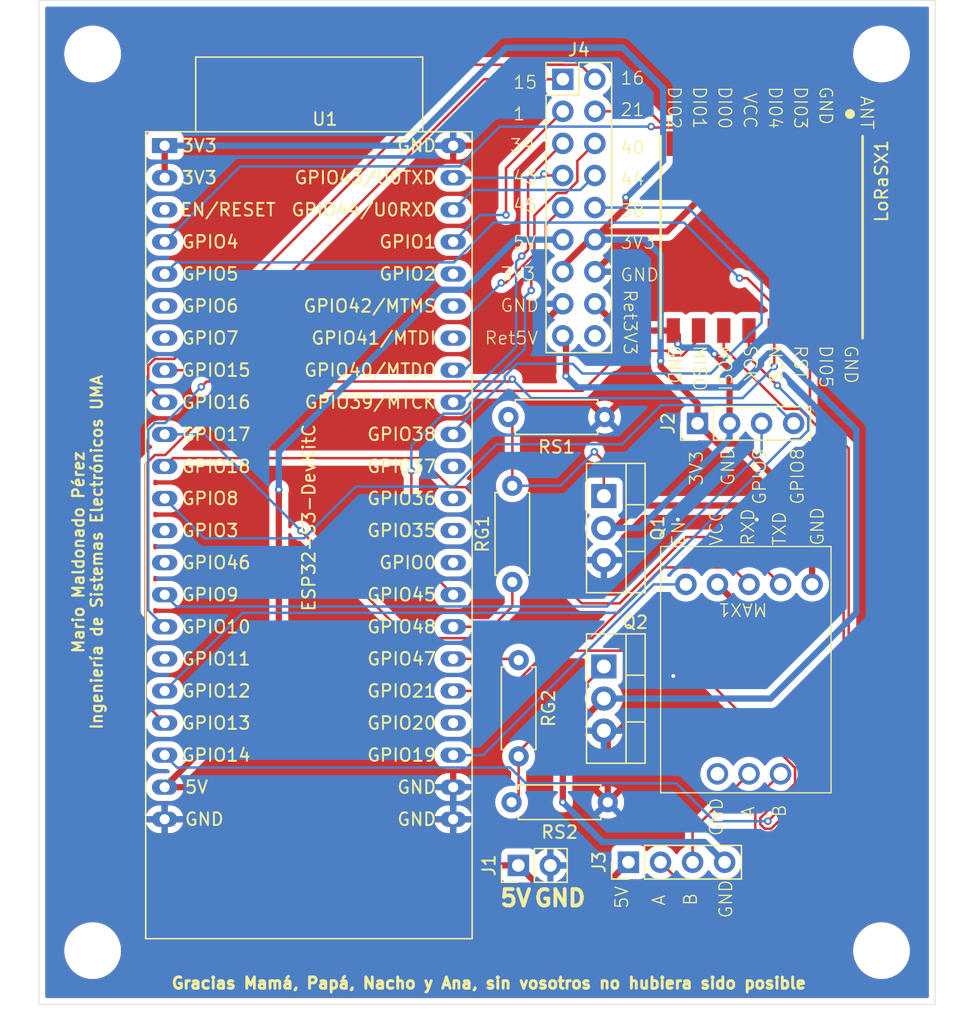
<source format=kicad_pcb>
(kicad_pcb (version 20240108) (generator "pcbnew") (generator_version "8.0")
  (layers (0 "F.Cu" signal) (31 "B.Cu" signal) (34 "B.Paste" user) (35 "F.Paste" user) (36 "B.SilkS" user "B.Silkscreen") (37 "F.SilkS" user "F.Silkscreen") (38 "B.Mask" user) (39 "F.Mask" user) (44 "Edge.Cuts" user))
  (net 0 "")
  (net 1 "+5V")
  (net 2 "GND")
  (net 3 "/retorno3V3")
  (net 4 "+3V3")
  (net 5 "/gpio8")
  (net 6 "/gpio9")
  (net 7 "Net-(J3-Pin_3)")
  (net 8 "Net-(J3-Pin_2)")
  (net 9 "/retorno5V")
  (net 10 "/gpio45ext")
  (net 12 "/gpio39ext")
  (net 13 "/gpio46ext")
  (net 14 "/gpio40ext")
  (net 15 "/gpio16ext")
  (net 16 "/gpio15ext")
  (net 17 "/gpio21ext")
  (net 18 "/gpio44ext")
  (net 19 "/gpio43ext")
  (net 20 "Net-(LoRaSX1-MOSI)")
  (net 21 "Net-(LoRaSX1-SCK)")
  (net 24 "Net-(LoRaSX1-DI00)")
  (net 25 "Net-(LoRaSX1-MISO)")
  (net 29 "Net-(LoRaSX1-RST)")
  (net 31 "Net-(LoRaSX1-NSS)")
  (net 35 "Net-(MAX1-EN)")
  (net 36 "Net-(MAX1-RXD)")
  (net 37 "Net-(MAX1-TXD)")
  (net 38 "Net-(Q1-G)")
  (net 39 "Net-(Q2-G)")
  (net 40 "Net-(U1-GPIO48)")
  (net 41 "Net-(U1-GPIO47)")
  (net 42 "/gpio6ext")
  (net 43 "/gpio37ext")
  (net 44 "/gpio1ext")
  (net 46 "/gpio38ext")
  (net 47 "/gpio7ext")
  (net 48 "/gpio35ext")
  (net 49 "/gpio2ext")
  (net 50 "/gpio3ext")
  (net 51 "/gpio42ext")
  (net 52 "/gpio36ext")
  (net 53 "/gpio41ext")
  (net 54 "/gpio0text")
  (net 55 "/gpio11ext")
  (footprint "MountingHole:MountingHole_4mm" (layer "F.Cu") (at 176.25 144.75)
    (property "Reference" "REF**" (hide yes))
    (property "Value" "MountingHole_4mm")
  )
  (footprint "libreria_huellas:XCVR_RFM95W-868S2" (layer "F.Cu") (at 166.75 88.25 -90)
    (property "Reference" "LoRaSX1")
    (property "Value" "~")
  )
  (footprint "libreria_huellas:R_Axial_DIN0207_L6.3mm_D2.5mm_P7.62mm_Horizontal" (layer "F.Cu") (at 154.31 102.5 180)
    (property "Reference" "RS1")
    (property "Value" "R")
  )
  (footprint "libreria_huellas:PinHeader_1x04_P2.54mm_Vertical_Suelo" (layer "F.Cu") (at 156.2 137.75 90)
    (property "Reference" "J3")
    (property "Value" "Conn_01x04")
  )
  (footprint "libreria_huellas:PinHeader_1x02_P2.54mm_Vertical" (layer "F.Cu") (at 147.475 138 90)
    (property "Reference" "J1")
    (property "Value" "Conn_01x02")
  )
  (footprint "Package_TO_SOT_THT:TO-220-3_Vertical" (layer "F.Cu") (at 154.25 122.25 -90)
    (property "Reference" "Q2")
    (property "Value" "IRF540N")
  )
  (footprint "libreria_huellas:MAX3485" (layer "F.Cu") (at 165.25 115.75 180)
    (property "Reference" "MAX1")
    (property "Value" "~")
  )
  (footprint "MountingHole:MountingHole_4mm" (layer "F.Cu") (at 113.75 144.75)
    (property "Reference" "REF**" (hide yes))
    (property "Value" "MountingHole_4mm")
  )
  (footprint "libreria_huellas:PinHeader_1x04_P2.54mm_Vertical_Humedad" (layer "F.Cu") (at 161.67 103 90)
    (property "Reference" "J2")
    (property "Value" "Conn_01x04")
  )
  (footprint "Package_TO_SOT_THT:TO-220-3_Vertical" (layer "F.Cu") (at 154.25 108.75 -90)
    (property "Reference" "Q1")
    (property "Value" "IRF540N")
  )
  (footprint "MountingHole:MountingHole_4mm" (layer "F.Cu") (at 176.25 73.75)
    (property "Reference" "REF**" (hide yes))
    (property "Value" "MountingHole_4mm")
  )
  (footprint "libreria_huellas:R_Axial_DIN0207_L6.3mm_D2.5mm_P7.62mm_Horizontal" (layer "F.Cu") (at 147.5 121.75 -90)
    (property "Reference" "RG2")
    (property "Value" "R")
  )
  (footprint "libreria_huellas:ESP32-S3-DevKitC" (layer "F.Cu") (at 119.455 81.00812)
    (property "Reference" "U1")
    (property "Value" "ESP32-S3-DevKitC")
  )
  (footprint "libreria_huellas:R_Axial_DIN0207_L6.3mm_D2.5mm_P7.62mm_Horizontal" (layer "F.Cu") (at 154.56 133 180)
    (property "Reference" "RS2")
    (property "Value" "R")
  )
  (footprint "libreria_huellas:R_Axial_DIN0207_L6.3mm_D2.5mm_P7.62mm_Horizontal" (layer "F.Cu") (at 147 115.56 90)
    (property "Reference" "RG1")
    (property "Value" "R")
  )
  (footprint "MountingHole:MountingHole_4mm" (layer "F.Cu") (at 113.75 73.75)
    (property "Reference" "REF**" (hide yes))
    (property "Value" "MountingHole_4mm")
  )
  (footprint "libreria_huellas:PinHeader_2x09_P2.54mm_Vertical" (layer "F.Cu") (at 151 75.75)
    (property "Reference" "J4")
    (property "Value" "Conn_2Rows-17Pins")
  )
  (gr_rect (start 109.5 69.5) (end 180.5 149) (stroke (width 0.05)) (fill none) (layer "Edge.Cuts"))
  (gr_text "GND" (at 148.6 141.35 0) (layer "F.SilkS") (effects (font (size 1.3 1.3) (thickness 0.3) (bold yes)) (justify left bottom)))
  (gr_text "Gracias Mamá, Papá, Nacho y Ana, sin vosotros no hubiera sido posible" (at 119.9 147.85 0) (layer "F.SilkS") (effects (font (size 0.9 0.9) (thickness 0.225) (bold yes)) (justify left bottom)))
  (gr_text "Mario Maldonado Pérez\nIngeniería de Sistemas Electrónicos UMA\n" (at 114.6 113.2 90) (layer "F.SilkS") (effects (font (size 0.9 0.9) (thickness 0.175) (bold yes)) (justify bottom)))
  (gr_text "5V" (at 145.9 141.35 0) (layer "F.SilkS") (effects (font (size 1.3 1.3) (thickness 0.3) (bold yes)) (justify left bottom)))
  (segment (start 156.2 137.75) (end 153.25 140.7) (width 0.5) (layer "F.Cu") (net 1))
  (segment (start 128.5 108.25) (end 128.5 122.75672) (width 0.5) (layer "F.Cu") (net 1))
  (segment (start 153.25 140.7) (end 153.25 140.75) (width 0.5) (layer "F.Cu") (net 1))
  (segment (start 135.75 138) (end 129.5554 131.8054) (width 0.5) (layer "F.Cu") (net 1))
  (segment (start 150.225 140.75) (end 147.475 138) (width 0.5) (layer "F.Cu") (net 1))
  (segment (start 150.95 88.5) (end 151 88.45) (width 0.5) (layer "F.Cu") (net 1))
  (segment (start 150.95 88.5) (end 150.5 88.5) (width 0.5) (layer "F.Cu") (net 1))
  (segment (start 128.5 122.75672) (end 119.45132 131.8054) (width 0.5) (layer "F.Cu") (net 1))
  (segment (start 147.475 138) (end 135.75 138) (width 0.5) (layer "F.Cu") (net 1))
  (segment (start 153.25 140.75) (end 150.225 140.75) (width 0.5) (layer "F.Cu") (net 1))
  (segment (start 129.5554 131.8054) (end 119.45132 131.8054) (width 0.5) (layer "F.Cu") (net 1))
  (via (at 128.5 108.25) (size 0.6) (drill 0.3) (layers "F.Cu" "B.Cu") (net 1))
  (segment (start 141.33188 92.41812) (end 128.5 105.25) (width 0.5) (layer "B.Cu") (net 1))
  (segment (start 151 88.45) (end 147.200887 88.45) (width 0.5) (layer "B.Cu") (net 1))
  (segment (start 128.5 105.25) (end 128.5 108.25) (width 0.5) (layer "B.Cu") (net 1))
  (segment (start 147.200887 88.45) (end 143.232767 92.41812) (width 0.5) (layer "B.Cu") (net 1))
  (segment (start 143.232767 92.41812) (end 141.33188 92.41812) (width 0.5) (layer "B.Cu") (net 1))
  (segment (start 159.75 123) (end 155.42 127.33) (width 0.5) (layer "F.Cu") (net 2))
  (segment (start 153.54 90.99) (end 153.525 90.99) (width 0.5) (layer "F.Cu") (net 2))
  (segment (start 153.54 90.99) (end 154.63 89.9) (width 0.5) (layer "F.Cu") (net 2))
  (segment (start 142.315 134.34812) (end 142.51688 134.55) (width 0.5) (layer "F.Cu") (net 2))
  (segment (start 154.56 127.64) (end 154.25 127.33) (width 0.5) (layer "F.Cu") (net 2))
  (segment (start 154.75 127.83) (end 154.25 127.33) (width 0.5) (layer "F.Cu") (net 2))
  (segment (start 154.56 133) (end 154.56 127.64) (width 0.5) (layer "F.Cu") (net 2))
  (segment (start 154.56 133) (end 154.75 132.81) (width 0.5) (layer "F.Cu") (net 2))
  (segment (start 149.88 94.65) (end 149.35 94.65) (width 0.5) (layer "F.Cu") (net 2))
  (segment (start 151 93.515) (end 151 93.53) (width 0.5) (layer "F.Cu") (net 2))
  (segment (start 151 93.53) (end 149.88 94.65) (width 0.5) (layer "F.Cu") (net 2))
  (segment (start 154.63 89.9) (end 154.8 89.9) (width 0.5) (layer "F.Cu") (net 2))
  (segment (start 160.113603 110.613603) (end 166.363603 110.613603) (width 0.5) (layer "F.Cu") (net 2))
  (segment (start 155.42 127.33) (end 154.25 127.33) (width 0.5) (layer "F.Cu") (net 2))
  (segment (start 153.33 113.83) (end 154.25 113.83) (width 0.5) (layer "F.Cu") (net 2))
  (via (at 159.75 123) (size 0.6) (drill 0.3) (layers "F.Cu" "B.Cu") (net 2))
  (via (at 160.113603 110.613603) (size 0.6) (drill 0.3) (layers "F.Cu" "B.Cu") (net 2))
  (via (at 166.363603 110.613603) (size 0.6) (drill 0.3) (layers "F.Cu" "B.Cu") (net 2))
  (segment (start 167.25 111.5) (end 166.363603 110.613603) (width 0.5) (layer "B.Cu") (net 2))
  (segment (start 160.148959 110.648959) (end 160.113603 110.613603) (width 0.5) (layer "B.Cu") (net 2))
  (segment (start 142.315 131.80812) (end 142.315 134.34812) (width 0.5) (layer "B.Cu") (net 2))
  (segment (start 170.75 111.5) (end 172.35 113.1) (width 0.5) (layer "B.Cu") (net 2))
  (segment (start 151 93.5) (end 151 93.53) (width 0.5) (layer "B.Cu") (net 2))
  (segment (start 167.25 111.5) (end 170.75 111.5) (width 0.5) (layer "B.Cu") (net 2))
  (segment (start 156.967918 113.83) (end 160.148959 110.648959) (width 0.5) (layer "B.Cu") (net 2))
  (segment (start 154.25 113.83) (end 156.967918 113.83) (width 0.5) (layer "B.Cu") (net 2))
  (segment (start 166 123) (end 159.75 123) (width 0.5) (layer "B.Cu") (net 2))
  (segment (start 142.31228 134.3454) (end 142.315 134.34812) (width 0.5) (layer "B.Cu") (net 2))
  (segment (start 172.35 116.65) (end 166 123) (width 0.5) (layer "B.Cu") (net 2))
  (segment (start 172.35 113.1) (end 172.35 116.65) (width 0.5) (layer "B.Cu") (net 2))
  (segment (start 156.511397 98.15) (end 156.5 98.138603) (width 0.5) (layer "B.Cu") (net 2))
  (segment (start 155.66 95.65) (end 153.54 93.53) (width 0.5) (layer "F.Cu") (net 3))
  (segment (start 168.5 109.5) (end 156.9525 109.5) (width 0.5) (layer "F.Cu") (net 3))
  (segment (start 170.75 115.75) (end 170.75 111.75) (width 0.5) (layer "F.Cu") (net 3))
  (segment (start 160.113603 96.013603) (end 159.75 95.65) (width 0.5) (layer "F.Cu") (net 3))
  (segment (start 159.75 95.65) (end 155.66 95.65) (width 0.5) (layer "F.Cu") (net 3))
  (segment (start 155.1625 111.29) (end 154.25 111.29) (width 0.5) (layer "F.Cu") (net 3))
  (segment (start 163 97.5) (end 164.21 98.71) (width 0.5) (layer "F.Cu") (net 3))
  (segment (start 156.9525 109.5) (end 155.1625 111.29) (width 0.5) (layer "F.Cu") (net 3))
  (segment (start 160.113603 96.713603) (end 160.113603 96.013603) (width 0.5) (layer "F.Cu") (net 3))
  (segment (start 170.75 111.75) (end 168.5 109.5) (width 0.5) (layer "F.Cu") (net 3))
  (segment (start 164.21 98.71) (end 164.21 103) (width 0.5) (layer "F.Cu") (net 3))
  (via (at 160.113603 96.713603) (size 0.6) (drill 0.3) (layers "F.Cu" "B.Cu") (net 3))
  (via (at 163 97.5) (size 0.6) (drill 0.3) (layers "F.Cu" "B.Cu") (net 3))
  (segment (start 164.21 104.202081) (end 157.122081 111.29) (width 0.5) (layer "B.Cu") (net 3))
  (segment (start 160.25 96.85) (end 160.113603 96.713603) (width 0.5) (layer "B.Cu") (net 3))
  (segment (start 164.21 103) (end 164.21 104.202081) (width 0.5) (layer "B.Cu") (net 3))
  (segment (start 157.122081 111.29) (end 154.25 111.29) (width 0.5) (layer "B.Cu") (net 3))
  (segment (start 160.25 97) (end 160.25 96.85) (width 0.5) (layer "B.Cu") (net 3))
  (segment (start 162.5 97) (end 160.25 97) (width 0.5) (layer "B.Cu") (net 3))
  (segment (start 163 97.5) (end 162.5 97) (width 0.5) (layer "B.Cu") (net 3))
  (segment (start 163.25 115.75) (end 167.75 120.25) (width 0.5) (layer "F.Cu") (net 4))
  (segment (start 119.455 83.54812) (end 119.455 81.00812) (width 0.5) (layer "F.Cu") (net 4))
  (segment (start 159.25 87.8) (end 154.19 87.8) (width 0.5) (layer "F.Cu") (net 4))
  (segment (start 165.75 81.3) (end 159.25 87.8) (width 0.5) (layer "F.Cu") (net 4))
  (segment (start 165.1 104.6) (end 163.27 104.6) (width 0.5) (layer "F.Cu") (net 4))
  (segment (start 153.54 88.33) (end 153.54 88.45) (width 0.5) (layer "F.Cu") (net 4))
  (segment (start 156 85.87) (end 153.54 88.33) (width 0.5) (layer "F.Cu") (net 4))
  (segment (start 170.5 120.25) (end 172.5 118.25) (width 0.5) (layer "F.Cu") (net 4))
  (segment (start 161.67 101.42) (end 161.67 103) (width 0.5) (layer "F.Cu") (net 4))
  (segment (start 158.75 98.5) (end 161.67 101.42) (width 0.5) (layer "F.Cu") (net 4))
  (segment (start 172.5 112) (end 165.1 104.6) (width 0.5) (layer "F.Cu") (net 4))
  (segment (start 165.75 80.85) (end 165.75 81.3) (width 0.5) (layer "F.Cu") (net 4))
  (segment (start 158.75 98.05) (end 158.75 98.5) (width 0.5) (layer "F.Cu") (net 4))
  (segment (start 153.121321 88.45) (end 153.54 88.45) (width 0.5) (layer "F.Cu") (net 4))
  (segment (start 172.5 118.25) (end 172.5 112) (width 0.5) (layer "F.Cu") (net 4))
  (segment (start 151 90.99) (end 151 90.571321) (width 0.5) (layer "F.Cu") (net 4))
  (segment (start 163.27 104.6) (end 161.67 103) (width 0.5) (layer "F.Cu") (net 4))
  (segment (start 151 90.571321) (end 153.121321 88.45) (width 0.5) (layer "F.Cu") (net 4))
  (segment (start 154.19 87.8) (end 153.54 88.45) (width 0.5) (layer "F.Cu") (net 4))
  (segment (start 156 85.11) (end 156 85.87) (width 0.5) (layer "F.Cu") (net 4))
  (segment (start 167.75 120.25) (end 170.5 120.25) (width 0.5) (layer "F.Cu") (net 4))
  (via (at 156 85.11) (size 0.6) (drill 0.3) (layers "F.Cu" "B.Cu") (net 4))
  (via (at 158.75 98.05) (size 0.6) (drill 0.3) (layers "F.Cu" "B.Cu") (net 4))
  (segment (start 157.55 88.45) (end 153.54 88.45) (width 0.5) (layer "B.Cu") (net 4))
  (segment (start 158.75 89.65) (end 157.55 88.45) (width 0.5) (layer "B.Cu") (net 4))
  (segment (start 155.75 73.25) (end 158.95 76.45) (width 0.5) (layer "B.Cu") (net 4))
  (segment (start 158.95 82.21) (end 156 85.16) (width 0.5) (layer "B.Cu") (net 4))
  (segment (start 156 85.16) (end 156 85.11) (width 0.5) (layer "B.Cu") (net 4))
  (segment (start 138.74188 81.00812) (end 146.5 73.25) (width 0.5) (layer "B.Cu") (net 4))
  (segment (start 119.455 81.00812) (end 138.74188 81.00812) (width 0.5) (layer "B.Cu") (net 4))
  (segment (start 158.95 76.45) (end 158.95 82.21) (width 0.5) (layer "B.Cu") (net 4))
  (segment (start 146.5 73.25) (end 155.75 73.25) (width 0.5) (layer "B.Cu") (net 4))
  (segment (start 158.75 98.05) (end 158.75 89.65) (width 0.5) (layer "B.Cu") (net 4))
  (segment (start 134.598529 108) (end 130.498529 112.1) (width 0.2) (layer "B.Cu") (net 5))
  (segment (start 155.7 104.65) (end 145.745912 104.65) (width 0.2) (layer "B.Cu") (net 5))
  (segment (start 145.745912 104.65) (end 142.395912 108) (width 0.2) (layer "B.Cu") (net 5))
  (segment (start 169.29 103) (end 167.84 101.55) (width 0.2) (layer "B.Cu") (net 5))
  (segment (start 167.84 101.55) (end 158.8 101.55) (width 0.2) (layer "B.Cu") (net 5))
  (segment (start 122.60688 112.1) (end 119.455 108.94812) (width 0.2) (layer "B.Cu") (net 5))
  (segment (start 130.498529 112.1) (end 122.60688 112.1) (width 0.2) (layer "B.Cu") (net 5))
  (segment (start 158.8 101.55) (end 155.7 104.65) (width 0.2) (layer "B.Cu") (net 5))
  (segment (start 142.395912 108) (end 134.598529 108) (width 0.2) (layer "B.Cu") (net 5))
  (segment (start 166.75 105.25) (end 154.5 117.5) (width 0.2) (layer "B.Cu") (net 6))
  (segment (start 166.75 103) (end 166.75 105.25) (width 0.2) (layer "B.Cu") (net 6))
  (segment (start 154.5 117.5) (end 120.38688 117.5) (width 0.2) (layer "B.Cu") (net 6))
  (segment (start 120.38688 117.5) (end 119.455 116.56812) (width 0.2) (layer "B.Cu") (net 6))
  (segment (start 165.75 130.75) (end 161.28 135.22) (width 0.2) (layer "F.Cu") (net 7))
  (segment (start 161.28 135.22) (end 161.28 137.75) (width 0.2) (layer "F.Cu") (net 7))
  (segment (start 166.25 132.75) (end 166.25 138.75) (width 0.2) (layer "F.Cu") (net 8))
  (segment (start 166.25 138.75) (end 164.5 140.5) (width 0.2) (layer "F.Cu") (net 8))
  (segment (start 168.25 130.75) (end 166.25 132.75) (width 0.2) (layer "F.Cu") (net 8))
  (segment (start 161.49 140.5) (end 158.74 137.75) (width 0.2) (layer "F.Cu") (net 8))
  (segment (start 164.5 140.5) (end 161.49 140.5) (width 0.2) (layer "F.Cu") (net 8))
  (segment (start 151 133) (end 151 128.04) (width 0.5) (layer "F.Cu") (net 9))
  (segment (start 151.25 96.32) (end 151 96.07) (width 0.5) (layer "F.Cu") (net 9))
  (segment (start 151.25 99.25) (end 151.25 96.32) (width 0.5) (layer "F.Cu") (net 9))
  (segment (start 151 128.04) (end 154.25 124.79) (width 0.5) (layer "F.Cu") (net 9))
  (via (at 151.25 99.25) (size 0.6) (drill 0.3) (layers "F.Cu" "B.Cu") (net 9))
  (via (at 151 133) (size 0.6) (drill 0.3) (layers "F.Cu" "B.Cu") (net 9))
  (segment (start 162.22 136.15) (end 154.15 136.15) (width 0.5) (layer "B.Cu") (net 9))
  (segment (start 166.7 98.347918) (end 164.897918 100.15) (width 0.5) (layer "B.Cu") (net 9))
  (segment (start 168.184925 97.45) (end 167.315075 97.45) (width 0.5) (layer "B.Cu") (net 9))
  (segment (start 154.25 124.79) (end 167.46 124.79) (width 0.5) (layer "B.Cu") (net 9))
  (segment (start 154.15 136.15) (end 151 133) (width 0.5) (layer "B.Cu") (net 9))
  (segment (start 166.7 98.065075) (end 166.7 98.347918) (width 0.5) (layer "B.Cu") (net 9))
  (segment (start 167.315075 97.45) (end 166.7 98.065075) (width 0.5) (layer "B.Cu") (net 9))
  (segment (start 167.46 124.79) (end 174.25 118) (width 0.5) (layer "B.Cu") (net 9))
  (segment (start 152.15 100.15) (end 151.25 99.25) (width 0.5) (layer "B.Cu") (net 9))
  (segment (start 163.82 137.75) (end 162.22 136.15) (width 0.5) (layer "B.Cu") (net 9))
  (segment (start 174.25 118) (end 174.25 103.515075) (width 0.5) (layer "B.Cu") (net 9))
  (segment (start 174.25 103.515075) (end 168.184925 97.45) (width 0.5) (layer "B.Cu") (net 9))
  (segment (start 164.897918 100.15) (end 152.15 100.15) (width 0.5) (layer "B.Cu") (net 9))
  (segment (start 149.65 87.26) (end 151 85.91) (width 0.2) (layer "F.Cu") (net 10))
  (segment (start 149.65 90.2) (end 149.65 87.26) (width 0.2) (layer "F.Cu") (net 10))
  (segment (start 148.5 92.48) (end 148.5 91.35) (width 0.2) (layer "F.Cu") (net 10))
  (segment (start 139 106.75) (end 139 113.25312) (width 0.2) (layer "F.Cu") (net 10))
  (segment (start 148.5 91.35) (end 149.65 90.2) (width 0.2) (layer "F.Cu") (net 10))
  (segment (start 139 113.25312) (end 142.315 116.56812) (width 0.2) (layer "F.Cu") (net 10))
  (via (at 139 106.75) (size 0.6) (drill 0.3) (layers "F.Cu" "B.Cu") (net 10))
  (via (at 148.5 92.48) (size 0.6) (drill 0.3) (layers "F.Cu" "B.Cu") (net 10))
  (segment (start 148 97.085785) (end 143.615 101.470785) (width 0.2) (layer "B.Cu") (net 10))
  (segment (start 148 92.98) (end 148 97.085785) (width 0.2) (layer "B.Cu") (net 10))
  (segment (start 143.087792 102.22812) (end 141.542208 102.22812) (width 0.2) (layer "B.Cu") (net 10))
  (segment (start 139 104.770328) (end 139 106.75) (width 0.2) (layer "B.Cu") (net 10))
  (segment (start 143.615 101.700912) (end 143.087792 102.22812) (width 0.2) (layer "B.Cu") (net 10))
  (segment (start 143.615 101.470785) (end 143.615 101.700912) (width 0.2) (layer "B.Cu") (net 10))
  (segment (start 141.542208 102.22812) (end 139 104.770328) (width 0.2) (layer "B.Cu") (net 10))
  (segment (start 148.5 92.48) (end 148 92.98) (width 0.2) (layer "B.Cu") (net 10))
  (segment (start 148.25 89.25) (end 148.25 83.58) (width 0.2) (layer "F.Cu") (net 12))
  (segment (start 147.75 89.75) (end 148.25 89.25) (width 0.2) (layer "F.Cu") (net 12))
  (segment (start 148.25 83.58) (end 151 80.83) (width 0.2) (layer "F.Cu") (net 12))
  (via (at 147.75 89.75) (size 0.6) (drill 0.3) (layers "F.Cu" "B.Cu") (net 12))
  (segment (start 147.3 90.2) (end 147.3 96.95) (width 0.2) (layer "B.Cu") (net 12))
  (segment (start 147.75 89.75) (end 147.3 90.2) (width 0.2) (layer "B.Cu") (net 12))
  (segment (start 147.3 96.95) (end 142.92188 101.32812) (width 0.2) (layer "B.Cu") (net 12))
  (segment (start 142.92188 101.32812) (end 142.315 101.32812) (width 0.2) (layer "B.Cu") (net 12))
  (segment (start 152.15 82.22) (end 153.54 80.83) (width 0.2) (layer "F.Cu") (net 14))
  (segment (start 152.15 83.846346) (end 152.15 82.22) (width 0.2) (layer "F.Cu") (net 14))
  (segment (start 148.75 89.598529) (end 148.75 86.533654) (width 0.2) (layer "F.Cu") (net 14))
  (segment (start 148.75 86.533654) (end 150.523654 84.76) (width 0.2) (layer "F.Cu") (net 14))
  (segment (start 146.473529 91.875) (end 148.75 89.598529) (width 0.2) (layer "F.Cu") (net 14))
  (segment (start 150.523654 84.76) (end 151.236346 84.76) (width 0.2) (layer "F.Cu") (net 14))
  (segment (start 151.236346 84.76) (end 152.15 83.846346) (width 0.2) (layer "F.Cu") (net 14))
  (segment (start 146.125 91.875) (end 146.473529 91.875) (width 0.2) (layer "F.Cu") (net 14))
  (via (at 146.125 91.875) (size 0.6) (drill 0.3) (layers "F.Cu" "B.Cu") (net 14))
  (segment (start 143.75 98.25) (end 143.21188 98.78812) (width 0.2) (layer "B.Cu") (net 14))
  (segment (start 143.21188 98.78812) (end 142.315 98.78812) (width 0.2) (layer "B.Cu") (net 14))
  (segment (start 143.75 94.25) (end 143.75 98.25) (width 0.2) (layer "B.Cu") (net 14))
  (segment (start 146.125 91.875) (end 143.75 94.25) (width 0.2) (layer "B.Cu") (net 14))
  (segment (start 153.54 75.75) (end 152.39 74.6) (width 0.2) (layer "F.Cu") (net 15))
  (segment (start 120.227792 97.88812) (end 118.682208 97.88812) (width 0.2) (layer "F.Cu") (net 15))
  (segment (start 118.682208 97.88812) (end 118.155 98.415328) (width 0.2) (layer "F.Cu") (net 15))
  (segment (start 118.155 98.415328) (end 118.155 100.02812) (width 0.2) (layer "F.Cu") (net 15))
  (segment (start 143.515912 74.6) (end 120.227792 97.88812) (width 0.2) (layer "F.Cu") (net 15))
  (segment (start 118.155 100.02812) (end 119.455 101.32812) (width 0.2) (layer "F.Cu") (net 15))
  (segment (start 152.39 74.6) (end 143.515912 74.6) (width 0.2) (layer "F.Cu") (net 15))
  (segment (start 151 75.75) (end 144.75 75.75) (width 0.2) (layer "F.Cu") (net 16))
  (segment (start 121.71188 98.78812) (end 119.455 98.78812) (width 0.2) (layer "F.Cu") (net 16))
  (segment (start 144.75 75.75) (end 121.71188 98.78812) (width 0.2) (layer "F.Cu") (net 16))
  (segment (start 160.123846 120.9975) (end 149.808135 120.9975) (width 0.2) (layer "F.Cu") (net 17))
  (segment (start 167.001471 135.1) (end 166.65 134.748529) (width 0.2) (layer "F.Cu") (net 17))
  (segment (start 173.65 104.984314) (end 173.65 128.948529) (width 0.2) (layer "F.Cu") (net 17))
  (segment (start 166.65 134.251471) (end 169.4 131.501471) (width 0.2) (layer "F.Cu") (net 17))
  (segment (start 166.575 79.175) (end 166.775 79.375) (width 0.2) (layer "F.Cu") (net 17))
  (segment (start 167.498529 135.1) (end 167.001471 135.1) (width 0.2) (layer "F.Cu") (net 17))
  (segment (start 169.4 130.273654) (end 160.123846 120.9975) (width 0.2) (layer "F.Cu") (net 17))
  (segment (start 170.575 101.909314) (end 173.65 104.984314) (width 0.2) (layer "F.Cu") (net 17))
  (segment (start 173.65 128.948529) (end 167.498529 135.1) (width 0.2) (layer "F.Cu") (net 17))
  (segment (start 166.65 134.748529) (end 166.65 134.251471) (width 0.2) (layer "F.Cu") (net 17))
  (segment (start 149.808135 120.9975) (end 146.617515 124.18812) (width 0.2) (layer "F.Cu") (net 17))
  (segment (start 166.775 82.325) (end 170.575 86.125) (width 0.2) (layer "F.Cu") (net 17))
  (segment (start 170.575 86.125) (end 170.575 101.909314) (width 0.2) (layer "F.Cu") (net 17))
  (segment (start 146.617515 124.18812) (end 142.315 124.18812) (width 0.2) (layer "F.Cu") (net 17))
  (segment (start 157.841471 78.29) (end 158.726471 79.175) (width 0.2) (layer "F.Cu") (net 17))
  (segment (start 158.726471 79.175) (end 166.575 79.175) (width 0.2) (layer "F.Cu") (net 17))
  (segment (start 169.4 131.501471) (end 169.4 130.273654) (width 0.2) (layer "F.Cu") (net 17))
  (segment (start 153.54 78.29) (end 157.841471 78.29) (width 0.2) (layer "F.Cu") (net 17))
  (segment (start 166.775 79.375) (end 166.775 82.325) (width 0.2) (layer "F.Cu") (net 17))
  (segment (start 152.39 84.52) (end 143.88312 84.52) (width 0.2) (layer "B.Cu") (net 18))
  (segment (start 153.54 83.37) (end 152.39 84.52) (width 0.2) (layer "B.Cu") (net 18))
  (segment (start 143.88312 84.52) (end 142.315 86.08812) (width 0.2) (layer "B.Cu") (net 18))
  (segment (start 151 83.37) (end 149.62 83.37) (width 0.2) (layer "F.Cu") (net 19))
  (segment (start 149.62 83.37) (end 149.5 83.25) (width 0.2) (layer "F.Cu") (net 19))
  (via (at 149.5 83.25) (size 0.6) (drill 0.3) (layers "F.Cu" "B.Cu") (net 19))
  (segment (start 149.20188 83.54812) (end 142.315 83.54812) (width 0.2) (layer "B.Cu") (net 19))
  (segment (start 149.5 83.25) (end 149.20188 83.54812) (width 0.2) (layer "B.Cu") (net 19))
  (segment (start 119.43592 129.25) (end 119.45132 129.2654) (width 0.2) (layer "F.Cu") (net 20))
  (segment (start 173.25 128.5) (end 167.25 134.5) (width 0.2) (layer "F.Cu") (net 20))
  (segment (start 163.75 95.65) (end 163.75 97) (width 0.2) (layer "F.Cu") (net 20))
  (segment (start 163.75 97) (end 168.6 101.85) (width 0.2) (layer "F.Cu") (net 20))
  (segment (start 173.25 105.333654) (end 173.25 128.5) (width 0.2) (layer "F.Cu") (net 20))
  (segment (start 169.766346 101.85) (end 173.25 105.333654) (width 0.2) (layer "F.Cu") (net 20))
  (segment (start 168.6 101.85) (end 169.766346 101.85) (width 0.2) (layer "F.Cu") (net 20))
  (via (at 167.25 134.5) (size 0.6) (drill 0.3) (layers "F.Cu" "B.Cu") (net 20))
  (segment (start 167.25 134.5) (end 163 134.5) (width 0.2) (layer "B.Cu") (net 20))
  (segment (start 163 134.5) (end 160 131.5) (width 0.2) (layer "B.Cu") (net 20))
  (segment (start 120.43592 130.25) (end 119.45132 129.2654) (width 0.2) (layer "B.Cu") (net 20))
  (segment (start 148.074365 131.5) (end 146.824365 130.25) (width 0.2) (layer "B.Cu") (net 20))
  (segment (start 160 131.5) (end 148.074365 131.5) (width 0.2) (layer "B.Cu") (net 20))
  (segment (start 146.824365 130.25) (end 120.43592 130.25) (width 0.2) (layer "B.Cu") (net 20))
  (segment (start 168 100) (end 165.75 97.75) (width 0.2) (layer "F.Cu") (net 21))
  (segment (start 118.93812 124.18812) (end 119.455 124.18812) (width 0.2) (layer "F.Cu") (net 21))
  (segment (start 165.75 97.75) (end 165.75 95.65) (width 0.2) (layer "F.Cu") (net 21))
  (via (at 168 100) (size 0.6) (drill 0.3) (layers "F.Cu" "B.Cu") (net 21))
  (segment (start 155.381814 118) (end 169.131814 104.25) (width 0.2) (layer "B.Cu") (net 21))
  (segment (start 170.44 103.56) (end 170.44 102.44) (width 0.2) (layer "B.Cu") (net 21))
  (segment (start 125.64312 118) (end 155.381814 118) (width 0.2) (layer "B.Cu") (net 21))
  (segment (start 170.44 102.44) (end 168 100) (width 0.2) (layer "B.Cu") (net 21))
  (segment (start 169.75 104.25) (end 170.44 103.56) (width 0.2) (layer "B.Cu") (net 21))
  (segment (start 119.455 124.18812) (end 125.64312 118) (width 0.2) (layer "B.Cu") (net 21))
  (segment (start 169.131814 104.25) (end 169.75 104.25) (width 0.2) (layer "B.Cu") (net 21))
  (segment (start 163.75 80.85) (end 162.475 79.575) (width 0.2) (layer "F.Cu") (net 24))
  (segment (start 158.075 79.575) (end 158 79.5) (width 0.2) (layer "F.Cu") (net 24))
  (segment (start 162.475 79.575) (end 158.075 79.575) (width 0.2) (layer "F.Cu") (net 24))
  (via (at 158 79.5) (size 0.6) (drill 0.3) (layers "F.Cu" "B.Cu") (net 24))
  (segment (start 142.85188 82.64812) (end 125.435 82.64812) (width 0.2) (layer "B.Cu") (net 24))
  (segment (start 125.435 82.64812) (end 119.455 88.62812) (width 0.2) (layer "B.Cu") (net 24))
  (segment (start 146 79.5) (end 142.85188 82.64812) (width 0.2) (layer "B.Cu") (net 24))
  (segment (start 158 79.5) (end 146 79.5) (width 0.2) (layer "B.Cu") (net 24))
  (segment (start 117.95132 106.239008) (end 117.95132 125.22444) (width 0.2) (layer "F.Cu") (net 25))
  (segment (start 119.5 105.50812) (end 118.682208 105.50812) (width 0.2) (layer "F.Cu") (net 25))
  (segment (start 159.25 97.25) (end 156 97.25) (width 0.2) (layer "F.Cu") (net 25))
  (segment (start 152.57188 100.42812) (end 124.58 100.42812) (width 0.2) (layer "F.Cu") (net 25))
  (segment (start 161.75 96.349999) (end 160.486396 97.613603) (width 0.2) (layer "F.Cu") (net 25))
  (segment (start 117.95132 125.22444) (end 119.455 126.72812) (width 0.2) (layer "F.Cu") (net 25))
  (segment (start 155 98.25) (end 154.75 98.25) (width 0.2) (layer "F.Cu") (net 25))
  (segment (start 156 97.25) (end 155 98.25) (width 0.2) (layer "F.Cu") (net 25))
  (segment (start 154.75 98.25) (end 152.57188 100.42812) (width 0.2) (layer "F.Cu") (net 25))
  (segment (start 159.613603 97.613603) (end 159.25 97.25) (width 0.2) (layer "F.Cu") (net 25))
  (segment (start 118.682208 105.50812) (end 117.95132 106.239008) (width 0.2) (layer "F.Cu") (net 25))
  (segment (start 161.75 95.65) (end 161.75 96.349999) (width 0.2) (layer "F.Cu") (net 25))
  (segment (start 160.486396 97.613603) (end 159.613603 97.613603) (width 0.2) (layer "F.Cu") (net 25))
  (segment (start 124.58 100.42812) (end 119.5 105.50812) (width 0.2) (layer "F.Cu") (net 25))
  (segment (start 119.02188 126.72812) (end 119.455 126.72812) (width 0.2) (layer "B.Cu") (net 25))
  (segment (start 165.6 91.5) (end 165 91.5) (width 0.2) (layer "F.Cu") (net 29))
  (segment (start 169.75 95.65) (end 165.6 91.5) (width 0.2) (layer "F.Cu") (net 29))
  (via (at 165 91.5) (size 0.6) (drill 0.3) (layers "F.Cu" "B.Cu") (net 29))
  (segment (start 120.37312 90.25) (end 119.455 91.16812) (width 0.2) (layer "B.Cu") (net 29))
  (segment (start 165 91.5) (end 160.6 87.1) (width 0.2) (layer "B.Cu") (net 29))
  (segment (start 160.6 87.1) (end 145.515912 87.1) (width 0.2) (layer "B.Cu") (net 29))
  (segment (start 142.365912 90.25) (end 120.37312 90.25) (width 0.2) (layer "B.Cu") (net 29))
  (segment (start 145.515912 87.1) (end 142.365912 90.25) (width 0.2) (layer "B.Cu") (net 29))
  (segment (start 122.78 99.68812) (end 146.81188 99.68812) (width 0.2) (layer "F.Cu") (net 31))
  (segment (start 119.04188 119.10812) (end 119.455 119.10812) (width 0.2) (layer "F.Cu") (net 31))
  (segment (start 167.75 95.65) (end 167.75 98.500001) (width 0.2) (layer "F.Cu") (net 31))
  (segment (start 122.35906 100.10906) (end 122.78 99.68812) (width 0.2) (layer "F.Cu") (net 31))
  (segment (start 146.81188 99.68812) (end 147 99.5) (width 0.2) (layer "F.Cu") (net 31))
  (via (at 122.35906 100.10906) (size 0.6) (drill 0.3) (layers "F.Cu" "B.Cu") (net 31))
  (via (at 147 99.5) (size 0.6) (drill 0.3) (layers "F.Cu" "B.Cu") (net 31))
  (via (at 167.75 98.500001) (size 0.6) (drill 0.3) (layers "F.Cu" "B.Cu") (net 31))
  (segment (start 119.5 102.96812) (end 118.682208 102.96812) (width 0.2) (layer "B.Cu") (net 31))
  (segment (start 148.500001 101.000001) (end 147 99.5) (width 0.2) (layer "B.Cu") (net 31))
  (segment (start 122.35906 100.10906) (end 119.5 102.96812) (width 0.2) (layer "B.Cu") (net 31))
  (segment (start 165.249999 101.000001) (end 148.500001 101.000001) (width 0.2) (layer "B.Cu") (net 31))
  (segment (start 118.155 117.80812) (end 119.455 119.10812) (width 0.2) (layer "B.Cu") (net 31))
  (segment (start 118.682208 102.96812) (end 118.155 103.495328) (width 0.2) (layer "B.Cu") (net 31))
  (segment (start 167.75 98.500001) (end 167.749999 98.500001) (width 0.2) (layer "B.Cu") (net 31))
  (segment (start 167.749999 98.500001) (end 165.249999 101.000001) (width 0.2) (layer "B.Cu") (net 31))
  (segment (start 118.155 103.495328) (end 118.155 117.80812) (width 0.2) (layer "B.Cu") (net 31))
  (segment (start 158.1975 115.75) (end 144.67938 129.26812) (width 0.2) (layer "B.Cu") (net 35))
  (segment (start 160.75 115.75) (end 158.1975 115.75) (width 0.2) (layer "B.Cu") (net 35))
  (segment (start 144.67938 129.26812) (end 142.315 129.26812) (width 0.2) (layer "B.Cu") (net 35))
  (segment (start 164.4 114.4) (end 158.915686 114.4) (width 0.2) (layer "F.Cu") (net 36))
  (segment (start 153.307566 120.00812) (end 138.75812 120.00812) (width 0.2) (layer "F.Cu") (net 36))
  (segment (start 138.75812 120.00812) (end 130.25 111.5) (width 0.2) (layer "F.Cu") (net 36))
  (segment (start 165.75 115.75) (end 164.4 114.4) (width 0.2) (layer "F.Cu") (net 36))
  (segment (start 158.915686 114.4) (end 153.307566 120.00812) (width 0.2) (layer "F.Cu") (net 36))
  (via (at 130.25 111.5) (size 0.6) (drill 0.3) (layers "F.Cu" "B.Cu") (net 36))
  (segment (start 122.61812 103.86812) (end 119.455 103.86812) (width 0.2) (layer "B.Cu") (net 36))
  (segment (start 130.25 111.5) (end 122.61812 103.86812) (width 0.2) (layer "B.Cu") (net 36))
  (segment (start 142.04812 108.04812) (end 139.75 105.75) (width 0.2) (layer "F.Cu") (net 37))
  (segment (start 164.5 112) (end 160.75 112) (width 0.2) (layer "F.Cu") (net 37))
  (segment (start 120.11312 105.75) (end 119.455 106.40812) (width 0.2) (layer "F.Cu") (net 37))
  (segment (start 143.29812 108.04812) (end 142.04812 108.04812) (width 0.2) (layer "F.Cu") (net 37))
  (segment (start 168.25 115.75) (end 164.5 112) (width 0.2) (layer "F.Cu") (net 37))
  (segment (start 139.75 105.75) (end 120.11312 105.75) (width 0.2) (layer "F.Cu") (net 37))
  (segment (start 155.5 117.25) (end 152.5 117.25) (width 0.2) (layer "F.Cu") (net 37))
  (segment (start 152.5 117.25) (end 143.29812 108.04812) (width 0.2) (layer "F.Cu") (net 37))
  (segment (start 160.75 112) (end 155.5 117.25) (width 0.2) (layer "F.Cu") (net 37))
  (segment (start 154.25 106) (end 153.5 105.25) (width 0.2) (layer "F.Cu") (net 38))
  (segment (start 154.25 108.75) (end 154.25 106) (width 0.2) (layer "F.Cu") (net 38))
  (segment (start 147 102.81) (end 146.69 102.5) (width 0.2) (layer "F.Cu") (net 38))
  (segment (start 147 107.94) (end 147 102.81) (width 0.2) (layer "F.Cu") (net 38))
  (via (at 153.5 105.25) (size 0.6) (drill 0.3) (layers "F.Cu" "B.Cu") (net 38))
  (segment (start 150.81 107.94) (end 147 107.94) (width 0.2) (layer "B.Cu") (net 38))
  (segment (start 153.5 105.25) (end 150.81 107.94) (width 0.2) (layer "B.Cu") (net 38))
  (segment (start 147.5 129) (end 147.5 129.37) (width 0.2) (layer "F.Cu") (net 39))
  (segment (start 147.5 132.44) (end 146.94 133) (width 0.2) (layer "F.Cu") (net 39))
  (segment (start 147.5 129.37) (end 147.5 132.44) (width 0.2) (layer "F.Cu") (net 39))
  (segment (start 154.25 122.25) (end 147.5 129) (width 0.2) (layer "F.Cu") (net 39))
  (segment (start 145.39188 119.10812) (end 142.315 119.10812) (width 0.2) (layer "F.Cu") (net 40))
  (segment (start 147 115.56) (end 147 117.5) (width 0.2) (layer "F.Cu") (net 40))
  (segment (start 147 117.5) (end 145.39188 119.10812) (width 0.2) (layer "F.Cu") (net 40))
  (segment (start 142.46312 121.5) (end 142.315 121.64812) (width 0.2) (layer "F.Cu") (net 41))
  (segment (start 147.39812 121.64812) (end 147.5 121.75) (width 0.2) (layer "F.Cu") (net 41))
  (segment (start 142.315 121.64812) (end 147.39812 121.64812) (width 0.2) (layer "F.Cu") (net 41))
  (segment (start 146.5 82.79) (end 146.5 86.5) (width 0.2) (layer "F.Cu") (net 44))
  (segment (start 151 78.29) (end 146.5 82.79) (width 0.2) (layer "F.Cu") (net 44))
  (via (at 146.5 86.5) (size 0.6) (drill 0.3) (layers "F.Cu" "B.Cu") (net 44))
  (segment (start 146.5 86.5) (end 144.44312 86.5) (width 0.2) (layer "B.Cu") (net 44))
  (segment (start 144.44312 86.5) (end 142.315 88.62812) (width 0.2) (layer "B.Cu") (net 44))
  (segment (start 151.782843 98.282843) (end 147.368628 98.282843) (width 0.2) (layer "B.Cu") (net 46))
  (segment (start 142.315 103.685) (end 142.315 103.86812) (width 0.2) (layer "B.Cu") (net 46))
  (segment (start 166.75 95.022793) (end 162.722793 99.05) (width 0.2) (layer "B.Cu") (net 46))
  (segment (start 146.4 99.6) (end 142.315 103.685) (width 0.2) (layer "B.Cu") (net 46))
  (segment (start 153.54 85.91) (end 160.91 85.91) (width 0.2) (layer "B.Cu") (net 46))
  (segment (start 160.91 85.91) (end 166.75 91.75) (width 0.2) (layer "B.Cu") (net 46))
  (segment (start 152.55 99.05) (end 151.782843 98.282843) (width 0.2) (layer "B.Cu") (net 46))
  (segment (start 146.4 99.251471) (end 146.4 99.6) (width 0.2) (layer "B.Cu") (net 46))
  (segment (start 166.75 91.75) (end 166.75 95.022793) (width 0.2) (layer "B.Cu") (net 46))
  (segment (start 162.722793 99.05) (end 152.55 99.05) (width 0.2) (layer "B.Cu") (net 46))
  (segment (start 147.368628 98.282843) (end 146.4 99.251471) (width 0.2) (layer "B.Cu") (net 46))
  (zone (net 2) (net_name "GND") (layer "F.Cu") (connect_pads (clearance 0.5)) (min_thickness 0.25) (fill yes (thermal_gap 0.5) (thermal_bridge_width 0.5))
    (polygon (pts (xy 109.5 69.5) (xy 109.5 149) (xy 180.5 149) (xy 180.5 69.5)))
  )
  (zone (net 2) (net_name "GND") (layer "B.Cu") (priority 1) (connect_pads (clearance 0.5)) (min_thickness 0.25) (fill yes (thermal_gap 0.5) (thermal_bridge_width 0.5))
    (polygon (pts (xy 109.5 69.5) (xy 109.5 149) (xy 180.5 149) (xy 180.5 69.5)))
  )
)
</source>
